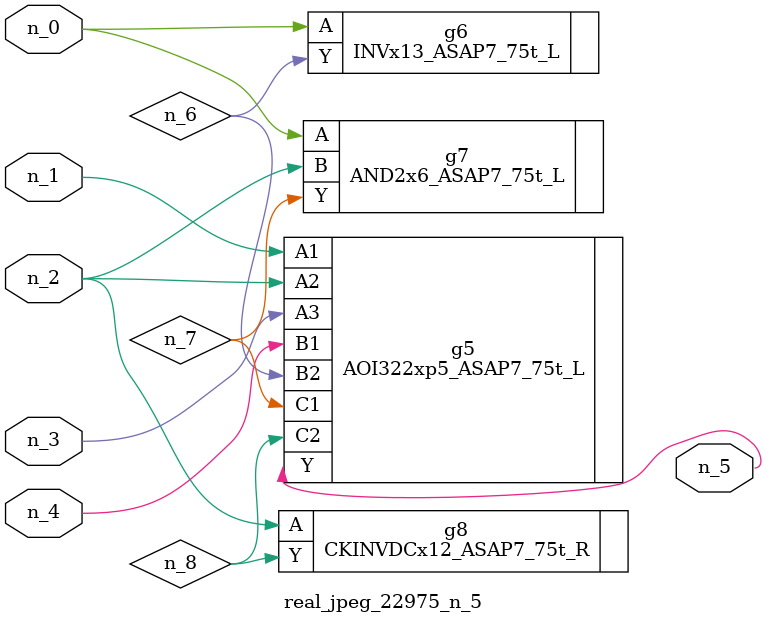
<source format=v>
module real_jpeg_22975_n_5 (n_4, n_0, n_1, n_2, n_3, n_5);

input n_4;
input n_0;
input n_1;
input n_2;
input n_3;

output n_5;

wire n_8;
wire n_6;
wire n_7;

INVx13_ASAP7_75t_L g6 ( 
.A(n_0),
.Y(n_6)
);

AND2x6_ASAP7_75t_L g7 ( 
.A(n_0),
.B(n_2),
.Y(n_7)
);

AOI322xp5_ASAP7_75t_L g5 ( 
.A1(n_1),
.A2(n_2),
.A3(n_3),
.B1(n_4),
.B2(n_6),
.C1(n_7),
.C2(n_8),
.Y(n_5)
);

CKINVDCx12_ASAP7_75t_R g8 ( 
.A(n_2),
.Y(n_8)
);


endmodule
</source>
